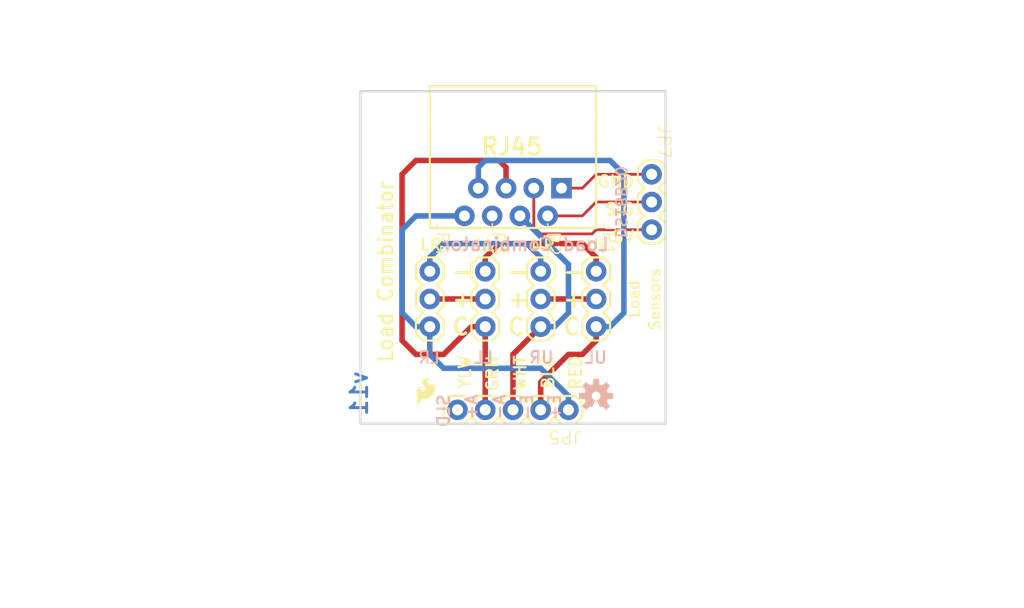
<source format=kicad_pcb>
(kicad_pcb (version 20240108) (generator "pcbnew") (generator_version "8.0")
  (layers (0 "F.Cu" signal) (31 "B.Cu" signal) (34 "B.Paste" user) (35 "F.Paste" user) (36 "B.SilkS" user "B.Silkscreen") (37 "F.SilkS" user "F.Silkscreen") (38 "B.Mask" user) (39 "F.Mask" user) (44 "Edge.Cuts" user))
  (net 0 "")
  (net 1 "N$1")
  (net 2 "N$2")
  (net 3 "N$3")
  (net 4 "N$4")
  (net 5 "E+")
  (net 6 "A+")
  (net 7 "A-")
  (net 8 "E-")
  (net 9 "5V")
  (net 10 "TEMP_DAT")
  (net 11 "GND")
  (footprint "SparkFun Load Sensor Combinator v11:CREATIVE_COMMONS" (layer "F.Cu") (at 121.8311 131.6736)
    (property "Reference" "FRAME1" (hide yes))
    (property "Value" "" (hide yes))
  )
  (footprint "SparkFun Load Sensor Combinator v11:STAND-OFF" (layer "F.Cu") (at 137.0711 92.3036 180)
    (property "Reference" "STANDOFF2" (hide yes))
    (property "Value" "STAND-OFF" (hide yes))
    (pad "" np_thru_hole circle (at 0 0 180) (size 3.302 3.302) (drill 3.302) (layers "*.Cu" "*.Mask"))
  )
  (footprint "SparkFun Load Sensor Combinator v11:1X03" (layer "F.Cu") (at 140.8811 106.2736 -90)
    (property "Reference" "JP4" (at -1.3462 -1.8288 -90) (layer "F.SilkS") (effects (font (size 1.143 1.143) (thickness 0.127)) (justify right top)))
    (property "Value" "LR")
    (fp_line (start 0.635 1.27) (end -0.635 1.27) (stroke (width 0.2032)) (layer "F.SilkS"))
    (fp_line (start 1.905 1.27) (end 1.27 0.635) (stroke (width 0.2032)) (layer "F.SilkS"))
    (fp_line (start 3.175 1.27) (end 1.905 1.27) (stroke (width 0.2032)) (layer "F.SilkS"))
    (fp_line (start 4.445 1.27) (end 3.81 0.635) (stroke (width 0.2032)) (layer "F.SilkS"))
    (fp_line (start 5.715 1.27) (end 4.445 1.27) (stroke (width 0.2032)) (layer "F.SilkS"))
    (fp_line (start -1.27 0.635) (end -0.635 1.27) (stroke (width 0.2032)) (layer "F.SilkS"))
    (fp_line (start 1.27 0.635) (end 0.635 1.27) (stroke (width 0.2032)) (layer "F.SilkS"))
    (fp_line (start 3.81 0.635) (end 3.175 1.27) (stroke (width 0.2032)) (layer "F.SilkS"))
    (fp_line (start 6.35 0.635) (end 5.715 1.27) (stroke (width 0.2032)) (layer "F.SilkS"))
    (fp_line (start -1.27 -0.635) (end -1.27 0.635) (stroke (width 0.2032)) (layer "F.SilkS"))
    (fp_line (start 1.27 -0.635) (end 1.905 -1.27) (stroke (width 0.2032)) (layer "F.SilkS"))
    (fp_line (start 3.81 -0.635) (end 4.445 -1.27) (stroke (width 0.2032)) (layer "F.SilkS"))
    (fp_line (start 6.35 -0.635) (end 6.35 0.635) (stroke (width 0.2032)) (layer "F.SilkS"))
    (fp_line (start -0.635 -1.27) (end -1.27 -0.635) (stroke (width 0.2032)) (layer "F.SilkS"))
    (fp_line (start -0.635 -1.27) (end 0.635 -1.27) (stroke (width 0.2032)) (layer "F.SilkS"))
    (fp_line (start 0.635 -1.27) (end 1.27 -0.635) (stroke (width 0.2032)) (layer "F.SilkS"))
    (fp_line (start 1.905 -1.27) (end 3.175 -1.27) (stroke (width 0.2032)) (layer "F.SilkS"))
    (fp_line (start 3.175 -1.27) (end 3.81 -0.635) (stroke (width 0.2032)) (layer "F.SilkS"))
    (fp_line (start 4.445 -1.27) (end 5.715 -1.27) (stroke (width 0.2032)) (layer "F.SilkS"))
    (fp_line (start 5.715 -1.27) (end 6.35 -0.635) (stroke (width 0.2032)) (layer "F.SilkS"))
    (pad "1" thru_hole circle (at 0 0) (size 1.8796 1.8796) (drill 1.016) (layers "*.Cu" "*.Mask") (net 1 "N$1"))
    (pad "2" thru_hole circle (at 2.54 0) (size 1.8796 1.8796) (drill 1.016) (layers "*.Cu" "*.Mask") (net 3 "N$3"))
    (pad "3" thru_hole circle (at 5.08 0) (size 1.8796 1.8796) (drill 1.016) (layers "*.Cu" "*.Mask") (net 5 "E+"))
  )
  (footprint "SparkFun Load Sensor Combinator v11:1X03" (layer "F.Cu") (at 161.2011 97.3836 -90)
    (property "Reference" "JP7" (at -1.3462 -1.8288 -90) (layer "F.SilkS") (effects (font (size 1.143 1.143) (thickness 0.127)) (justify right top)))
    (property "Value" "")
    (fp_line (start 0.635 1.27) (end -0.635 1.27) (stroke (width 0.2032)) (layer "F.SilkS"))
    (fp_line (start 1.905 1.27) (end 1.27 0.635) (stroke (width 0.2032)) (layer "F.SilkS"))
    (fp_line (start 3.175 1.27) (end 1.905 1.27) (stroke (width 0.2032)) (layer "F.SilkS"))
    (fp_line (start 4.445 1.27) (end 3.81 0.635) (stroke (width 0.2032)) (layer "F.SilkS"))
    (fp_line (start 5.715 1.27) (end 4.445 1.27) (stroke (width 0.2032)) (layer "F.SilkS"))
    (fp_line (start -1.27 0.635) (end -0.635 1.27) (stroke (width 0.2032)) (layer "F.SilkS"))
    (fp_line (start 1.27 0.635) (end 0.635 1.27) (stroke (width 0.2032)) (layer "F.SilkS"))
    (fp_line (start 3.81 0.635) (end 3.175 1.27) (stroke (width 0.2032)) (layer "F.SilkS"))
    (fp_line (start 6.35 0.635) (end 5.715 1.27) (stroke (width 0.2032)) (layer "F.SilkS"))
    (fp_line (start -1.27 -0.635) (end -1.27 0.635) (stroke (width 0.2032)) (layer "F.SilkS"))
    (fp_line (start 1.27 -0.635) (end 1.905 -1.27) (stroke (width 0.2032)) (layer "F.SilkS"))
    (fp_line (start 3.81 -0.635) (end 4.445 -1.27) (stroke (width 0.2032)) (layer "F.SilkS"))
    (fp_line (start 6.35 -0.635) (end 6.35 0.635) (stroke (width 0.2032)) (layer "F.SilkS"))
    (fp_line (start -0.635 -1.27) (end -1.27 -0.635) (stroke (width 0.2032)) (layer "F.SilkS"))
    (fp_line (start -0.635 -1.27) (end 0.635 -1.27) (stroke (width 0.2032)) (layer "F.SilkS"))
    (fp_line (start 0.635 -1.27) (end 1.27 -0.635) (stroke (width 0.2032)) (layer "F.SilkS"))
    (fp_line (start 1.905 -1.27) (end 3.175 -1.27) (stroke (width 0.2032)) (layer "F.SilkS"))
    (fp_line (start 3.175 -1.27) (end 3.81 -0.635) (stroke (width 0.2032)) (layer "F.SilkS"))
    (fp_line (start 4.445 -1.27) (end 5.715 -1.27) (stroke (width 0.2032)) (layer "F.SilkS"))
    (fp_line (start 5.715 -1.27) (end 6.35 -0.635) (stroke (width 0.2032)) (layer "F.SilkS"))
    (pad "1" thru_hole circle (at 0 0) (size 1.8796 1.8796) (drill 1.016) (layers "*.Cu" "*.Mask") (net 11 "GND"))
    (pad "2" thru_hole circle (at 2.54 0) (size 1.8796 1.8796) (drill 1.016) (layers "*.Cu" "*.Mask") (net 10 "TEMP_DAT"))
    (pad "3" thru_hole circle (at 5.08 0) (size 1.8796 1.8796) (drill 1.016) (layers "*.Cu" "*.Mask") (net 9 "5V"))
  )
  (footprint "SparkFun Load Sensor Combinator v11:RJ45-8" (layer "F.Cu") (at 148.5011 92.3036 180)
    (property "Reference" "JP6" (hide yes))
    (property "Value" "RJ45" (hide yes))
    (fp_line (start 7.62 -10) (end 7.62 3) (stroke (width 0.2032)) (layer "F.SilkS"))
    (fp_line (start -7.62 3) (end 7.62 3) (stroke (width 0.2032)) (layer "F.SilkS"))
    (fp_line (start -7.62 3) (end -7.62 -10) (stroke (width 0.2032)) (layer "F.SilkS"))
    (fp_line (start -7.62 -10) (end 7.62 -10) (stroke (width 0.2032)) (layer "F.SilkS"))
    (pad "" np_thru_hole circle (at -5.715 0 180) (size 3.2 3.2) (drill 3.2) (layers "*.Cu" "*.Mask"))
    (pad "" np_thru_hole circle (at 5.715 0 180) (size 3.2 3.2) (drill 3.2) (layers "*.Cu" "*.Mask"))
    (pad "1" thru_hole rect (at -4.445 -6.35 180) (size 1.8796 1.8796) (drill 1) (layers "*.Cu" "*.Mask") (net 11 "GND"))
    (pad "2" thru_hole circle (at -3.175 -8.89 180) (size 1.8796 1.8796) (drill 1) (layers "*.Cu" "*.Mask") (net 10 "TEMP_DAT"))
    (pad "3" thru_hole circle (at -1.905 -6.35 180) (size 1.8796 1.8796) (drill 1) (layers "*.Cu" "*.Mask") (net 9 "5V"))
    (pad "4" thru_hole circle (at -0.635 -8.89 180) (size 1.8796 1.8796) (drill 1) (layers "*.Cu" "*.Mask") (net 7 "A-"))
    (pad "5" thru_hole circle (at 0.635 -6.35 180) (size 1.8796 1.8796) (drill 1) (layers "*.Cu" "*.Mask") (net 6 "A+"))
    (pad "6" thru_hole circle (at 1.905 -8.89 180) (size 1.8796 1.8796) (drill 1) (layers "*.Cu" "*.Mask"))
    (pad "7" thru_hole circle (at 3.175 -6.35 180) (size 1.8796 1.8796) (drill 1) (layers "*.Cu" "*.Mask") (net 8 "E-"))
    (pad "8" thru_hole circle (at 4.445 -8.89 180) (size 1.8796 1.8796) (drill 1) (layers "*.Cu" "*.Mask") (net 5 "E+"))
  )
  (footprint "SparkFun Load Sensor Combinator v11:SFE_LOGO_FLAME_.1" (layer "F.Cu") (at 139.3571 118.9736)
    (property "Reference" "LOGO3" (hide yes))
    (property "Value" "SFE_LOGO_FLAME.1_INCH" (hide yes))
    (fp_poly (pts (xy 1.401686 -2.874747) (xy 1.542639 -2.804271) (xy 1.583284 -2.773787) (xy 1.602071 -2.755) (xy 1.57882 -2.755) (xy 1.55882 -2.765) (xy 1.500617 -2.765) (xy 1.461097 -2.75512) (xy 1.411635 -2.745227) (xy 1.37264 -2.72573) (xy 1.333685 -2.696514) (xy 1.314332 -2.667484) (xy 1.30463 -2.64808) (xy 1.295 -2.61919) (xy 1.295 -2.560617) (xy 1.304641 -2.522052) (xy 1.343884 -2.463188) (xy 1.403288 -2.403784) (xy 1.442888 -2.374084) (xy 1.472516 -2.354332) (xy 1.511743 -2.334718) (xy 1.590617 -2.315) (xy 1.61919 -2.315) (xy 1.647297 -2.324369) (xy 1.675892 -2.352964) (xy 1.68537 -2.37192) (xy 1.695 -2.40081) (xy 1.695 -2.499021) (xy 1.78326 -2.443859) (xy 1.864003 -2.353022) (xy 1.934549 -2.242165) (xy 1.984851 -2.091257) (xy 2.015027 -1.930319) (xy 2.004962 -1.759209) (xy 1.954676 -1.56812) (xy 1.854184 -1.387235) (xy 1.783756 -1.296685) (xy 1.703418 -1.216347) (xy 1.622956 -1.145943) (xy 1.522229 -1.085506) (xy 1.421591 -1.045251) (xy 1.311072 -1.01511) (xy 1.190414 -0.995) (xy 1.000414 -0.995) (xy 0.941756 -0.985223) (xy 0.843104 -0.926032) (xy 0.743664 -0.826592) (xy 0.623671 -0.6866) (xy 0.503691 -0.566619) (xy 0.453696 -0.506625) (xy 0.403967 -0.456895) (xy 0.373971 -0.4069) (xy 0.315 -0.347929) (xy 0.315 -1.730311) (xy 0.325086 -1.811003) (xy 0.345373 -1.882007) (xy 0.406175 -1.983343) (xy 0.456938 -2.023953) (xy 0.497529 -2.054397) (xy 0.548569 -2.074813) (xy 0.599098 -2.084919) (xy 0.659586 -2.095) (xy 0.78118 -2.095) (xy 0.828441 -2.07137) (xy 0.812962 -2.055891) (xy 0.771918 -2.035369) (xy 0.742702 -2.02563) (xy 0.684369 -1.967297) (xy 0.675 -1.93919) (xy 0.675 -1.90081) (xy 0.68453 -1.872218) (xy 0.703884 -1.843188) (xy 0.762812 -1.78426) (xy 0.811428 -1.764813) (xy 0.860496 -1.755) (xy 0.939383 -1.755) (xy 1.017947 -1.774641) (xy 1.076582 -1.81373) (xy 1.115538 -1.862426) (xy 1.135 -1.92081) (xy 1.135 -1.989092) (xy 1.105698 -2.067229) (xy 1.036361 -2.136568) (xy 0.95625 -2.226693) (xy 0.885887 -2.307107) (xy 0.835277 -2.398207) (xy 0.815 -2.489451) (xy 0.815 -2.570811) (xy 0.845445 -2.662146) (xy 0.89623 -2.743402) (xy 0.98725 -2.814195) (xy 1.098313 -2.874775) (xy 1.209549 -2.895) (xy 1.310549 -2.895)) (fill solid) (layer "F.SilkS"))
  )
  (footprint "SparkFun Load Sensor Combinator v11:STAND-OFF" (layer "F.Cu") (at 159.9311 117.7036 180)
    (property "Reference" "STANDOFF3" (hide yes))
    (property "Value" "STAND-OFF" (hide yes))
    (pad "" np_thru_hole circle (at 0 0 180) (size 3.302 3.302) (drill 3.302) (layers "*.Cu" "*.Mask"))
  )
  (footprint "SparkFun Load Sensor Combinator v11:1X03" (layer "F.Cu") (at 151.0411 106.2736 -90)
    (property "Reference" "JP2" (at -1.3462 -1.8288 -90) (layer "F.SilkS") (effects (font (size 1.143 1.143) (thickness 0.127)) (justify right top)))
    (property "Value" "UR")
    (fp_line (start 0.635 1.27) (end -0.635 1.27) (stroke (width 0.2032)) (layer "F.SilkS"))
    (fp_line (start 1.905 1.27) (end 1.27 0.635) (stroke (width 0.2032)) (layer "F.SilkS"))
    (fp_line (start 3.175 1.27) (end 1.905 1.27) (stroke (width 0.2032)) (layer "F.SilkS"))
    (fp_line (start 4.445 1.27) (end 3.81 0.635) (stroke (width 0.2032)) (layer "F.SilkS"))
    (fp_line (start 5.715 1.27) (end 4.445 1.27) (stroke (width 0.2032)) (layer "F.SilkS"))
    (fp_line (start -1.27 0.635) (end -0.635 1.27) (stroke (width 0.2032)) (layer "F.SilkS"))
    (fp_line (start 1.27 0.635) (end 0.635 1.27) (stroke (width 0.2032)) (layer "F.SilkS"))
    (fp_line (start 3.81 0.635) (end 3.175 1.27) (stroke (width 0.2032)) (layer "F.SilkS"))
    (fp_line (start 6.35 0.635) (end 5.715 1.27) (stroke (width 0.2032)) (layer "F.SilkS"))
    (fp_line (start -1.27 -0.635) (end -1.27 0.635) (stroke (width 0.2032)) (layer "F.SilkS"))
    (fp_line (start 1.27 -0.635) (end 1.905 -1.27) (stroke (width 0.2032)) (layer "F.SilkS"))
    (fp_line (start 3.81 -0.635) (end 4.445 -1.27) (stroke (width 0.2032)) (layer "F.SilkS"))
    (fp_line (start 6.35 -0.635) (end 6.35 0.635) (stroke (width 0.2032)) (layer "F.SilkS"))
    (fp_line (start -0.635 -1.27) (end -1.27 -0.635) (stroke (width 0.2032)) (layer "F.SilkS"))
    (fp_line (start -0.635 -1.27) (end 0.635 -1.27) (stroke (width 0.2032)) (layer "F.SilkS"))
    (fp_line (start 0.635 -1.27) (end 1.27 -0.635) (stroke (width 0.2032)) (layer "F.SilkS"))
    (fp_line (start 1.905 -1.27) (end 3.175 -1.27) (stroke (width 0.2032)) (layer "F.SilkS"))
    (fp_line (start 3.175 -1.27) (end 3.81 -0.635) (stroke (width 0.2032)) (layer "F.SilkS"))
    (fp_line (start 4.445 -1.27) (end 5.715 -1.27) (stroke (width 0.2032)) (layer "F.SilkS"))
    (fp_line (start 5.715 -1.27) (end 6.35 -0.635) (stroke (width 0.2032)) (layer "F.SilkS"))
    (pad "1" thru_hole circle (at 0 0) (size 1.8796 1.8796) (drill 1.016) (layers "*.Cu" "*.Mask") (net 1 "N$1"))
    (pad "2" thru_hole circle (at 2.54 0) (size 1.8796 1.8796) (drill 1.016) (layers "*.Cu" "*.Mask") (net 4 "N$4"))
    (pad "3" thru_hole circle (at 5.08 0) (size 1.8796 1.8796) (drill 1.016) (layers "*.Cu" "*.Mask") (net 7 "A-"))
  )
  (footprint "SparkFun Load Sensor Combinator v11:1X03" (layer "F.Cu") (at 156.1211 106.2736 -90)
    (property "Reference" "JP1" (at -1.3462 -1.8288 -90) (layer "F.SilkS") (effects (font (size 1.143 1.143) (thickness 0.127)) (justify right top)))
    (property "Value" "UL")
    (fp_line (start 0.635 1.27) (end -0.635 1.27) (stroke (width 0.2032)) (layer "F.SilkS"))
    (fp_line (start 1.905 1.27) (end 1.27 0.635) (stroke (width 0.2032)) (layer "F.SilkS"))
    (fp_line (start 3.175 1.27) (end 1.905 1.27) (stroke (width 0.2032)) (layer "F.SilkS"))
    (fp_line (start 4.445 1.27) (end 3.81 0.635) (stroke (width 0.2032)) (layer "F.SilkS"))
    (fp_line (start 5.715 1.27) (end 4.445 1.27) (stroke (width 0.2032)) (layer "F.SilkS"))
    (fp_line (start -1.27 0.635) (end -0.635 1.27) (stroke (width 0.2032)) (layer "F.SilkS"))
    (fp_line (start 1.27 0.635) (end 0.635 1.27) (stroke (width 0.2032)) (layer "F.SilkS"))
    (fp_line (start 3.81 0.635) (end 3.175 1.27) (stroke (width 0.2032)) (layer "F.SilkS"))
    (fp_line (start 6.35 0.635) (end 5.715 1.27) (stroke (width 0.2032)) (layer "F.SilkS"))
    (fp_line (start -1.27 -0.635) (end -1.27 0.635) (stroke (width 0.2032)) (layer "F.SilkS"))
    (fp_line (start 1.27 -0.635) (end 1.905 -1.27) (stroke (width 0.2032)) (layer "F.SilkS"))
    (fp_line (start 3.81 -0.635) (end 4.445 -1.27) (stroke (width 0.2032)) (layer "F.SilkS"))
    (fp_line (start 6.35 -0.635) (end 6.35 0.635) (stroke (width 0.2032)) (layer "F.SilkS"))
    (fp_line (start -0.635 -1.27) (end -1.27 -0.635) (stroke (width 0.2032)) (layer "F.SilkS"))
    (fp_line (start -0.635 -1.27) (end 0.635 -1.27) (stroke (width 0.2032)) (layer "F.SilkS"))
    (fp_line (start 0.635 -1.27) (end 1.27 -0.635) (stroke (width 0.2032)) (layer "F.SilkS"))
    (fp_line (start 1.905 -1.27) (end 3.175 -1.27) (stroke (width 0.2032)) (layer "F.SilkS"))
    (fp_line (start 3.175 -1.27) (end 3.81 -0.635) (stroke (width 0.2032)) (layer "F.SilkS"))
    (fp_line (start 4.445 -1.27) (end 5.715 -1.27) (stroke (width 0.2032)) (layer "F.SilkS"))
    (fp_line (start 5.715 -1.27) (end 6.35 -0.635) (stroke (width 0.2032)) (layer "F.SilkS"))
    (pad "1" thru_hole circle (at 0 0) (size 1.8796 1.8796) (drill 1.016) (layers "*.Cu" "*.Mask") (net 2 "N$2"))
    (pad "2" thru_hole circle (at 2.54 0) (size 1.8796 1.8796) (drill 1.016) (layers "*.Cu" "*.Mask") (net 4 "N$4"))
    (pad "3" thru_hole circle (at 5.08 0) (size 1.8796 1.8796) (drill 1.016) (layers "*.Cu" "*.Mask") (net 8 "E-"))
  )
  (footprint "SparkFun Load Sensor Combinator v11:STAND-OFF" (layer "F.Cu") (at 137.0711 117.7036 180)
    (property "Reference" "STANDOFF4" (hide yes))
    (property "Value" "STAND-OFF" (hide yes))
    (pad "" np_thru_hole circle (at 0 0 180) (size 3.302 3.302) (drill 3.302) (layers "*.Cu" "*.Mask"))
  )
  (footprint "SparkFun Load Sensor Combinator v11:1X03" (layer "F.Cu") (at 145.9611 106.2736 -90)
    (property "Reference" "JP3" (at -1.3462 -1.8288 -90) (layer "F.SilkS") (effects (font (size 1.143 1.143) (thickness 0.127)) (justify right top)))
    (property "Value" "LL")
    (fp_line (start 0.635 1.27) (end -0.635 1.27) (stroke (width 0.2032)) (layer "F.SilkS"))
    (fp_line (start 1.905 1.27) (end 1.27 0.635) (stroke (width 0.2032)) (layer "F.SilkS"))
    (fp_line (start 3.175 1.27) (end 1.905 1.27) (stroke (width 0.2032)) (layer "F.SilkS"))
    (fp_line (start 4.445 1.27) (end 3.81 0.635) (stroke (width 0.2032)) (layer "F.SilkS"))
    (fp_line (start 5.715 1.27) (end 4.445 1.27) (stroke (width 0.2032)) (layer "F.SilkS"))
    (fp_line (start -1.27 0.635) (end -0.635 1.27) (stroke (width 0.2032)) (layer "F.SilkS"))
    (fp_line (start 1.27 0.635) (end 0.635 1.27) (stroke (width 0.2032)) (layer "F.SilkS"))
    (fp_line (start 3.81 0.635) (end 3.175 1.27) (stroke (width 0.2032)) (layer "F.SilkS"))
    (fp_line (start 6.35 0.635) (end 5.715 1.27) (stroke (width 0.2032)) (layer "F.SilkS"))
    (fp_line (start -1.27 -0.635) (end -1.27 0.635) (stroke (width 0.2032)) (layer "F.SilkS"))
    (fp_line (start 1.27 -0.635) (end 1.905 -1.27) (stroke (width 0.2032)) (layer "F.SilkS"))
    (fp_line (start 3.81 -0.635) (end 4.445 -1.27) (stroke (width 0.2032)) (layer "F.SilkS"))
    (fp_line (start 6.35 -0.635) (end 6.35 0.635) (stroke (width 0.2032)) (layer "F.SilkS"))
    (fp_line (start -0.635 -1.27) (end -1.27 -0.635) (stroke (width 0.2032)) (layer "F.SilkS"))
    (fp_line (start -0.635 -1.27) (end 0.635 -1.27) (stroke (width 0.2032)) (layer "F.SilkS"))
    (fp_line (start 0.635 -1.27) (end 1.27 -0.635) (stroke (width 0.2032)) (layer "F.SilkS"))
    (fp_line (start 1.905 -1.27) (end 3.175 -1.27) (stroke (width 0.2032)) (layer "F.SilkS"))
    (fp_line (start 3.175 -1.27) (end 3.81 -0.635) (stroke (width 0.2032)) (layer "F.SilkS"))
    (fp_line (start 4.445 -1.27) (end 5.715 -1.27) (stroke (width 0.2032)) (layer "F.SilkS"))
    (fp_line (start 5.715 -1.27) (end 6.35 -0.635) (stroke (width 0.2032)) (layer "F.SilkS"))
    (pad "1" thru_hole circle (at 0 0) (size 1.8796 1.8796) (drill 1.016) (layers "*.Cu" "*.Mask") (net 2 "N$2"))
    (pad "2" thru_hole circle (at 2.54 0) (size 1.8796 1.8796) (drill 1.016) (layers "*.Cu" "*.Mask") (net 3 "N$3"))
    (pad "3" thru_hole circle (at 5.08 0) (size 1.8796 1.8796) (drill 1.016) (layers "*.Cu" "*.Mask") (net 6 "A+"))
  )
  (footprint "SparkFun Load Sensor Combinator v11:1X05" (layer "F.Cu") (at 153.5811 118.9736 180)
    (property "Reference" "JP5" (at -1.3462 -1.8288 180) (layer "F.SilkS") (effects (font (size 1.143 1.143) (thickness 0.127)) (justify left bottom)))
    (property "Value" "")
    (fp_line (start 11.43 0.635) (end 10.795 1.27) (stroke (width 0.2032)) (layer "F.SilkS"))
    (fp_line (start 11.43 -0.635) (end 11.43 0.635) (stroke (width 0.2032)) (layer "F.SilkS"))
    (fp_line (start 10.795 1.27) (end 9.525 1.27) (stroke (width 0.2032)) (layer "F.SilkS"))
    (fp_line (start 10.795 -1.27) (end 11.43 -0.635) (stroke (width 0.2032)) (layer "F.SilkS"))
    (fp_line (start 9.525 1.27) (end 8.89 0.635) (stroke (width 0.2032)) (layer "F.SilkS"))
    (fp_line (start 9.525 -1.27) (end 10.795 -1.27) (stroke (width 0.2032)) (layer "F.SilkS"))
    (fp_line (start 8.89 0.635) (end 8.255 1.27) (stroke (width 0.2032)) (layer "F.SilkS"))
    (fp_line (start 8.89 -0.635) (end 9.525 -1.27) (stroke (width 0.2032)) (layer "F.SilkS"))
    (fp_line (start 8.255 1.27) (end 6.985 1.27) (stroke (width 0.2032)) (layer "F.SilkS"))
    (fp_line (start 8.255 -1.27) (end 8.89 -0.635) (stroke (width 0.2032)) (layer "F.SilkS"))
    (fp_line (start 6.985 -1.27) (end 8.255 -1.27) (stroke (width 0.2032)) (layer "F.SilkS"))
    (fp_line (start 6.985 -1.27) (end 6.35 -0.635) (stroke (width 0.2032)) (layer "F.SilkS"))
    (fp_line (start 6.35 0.635) (end 6.985 1.27) (stroke (width 0.2032)) (layer "F.SilkS"))
    (fp_line (start 6.35 0.635) (end 5.715 1.27) (stroke (width 0.2032)) (layer "F.SilkS"))
    (fp_line (start 5.715 1.27) (end 4.445 1.27) (stroke (width 0.2032)) (layer "F.SilkS"))
    (fp_line (start 5.715 -1.27) (end 6.35 -0.635) (stroke (width 0.2032)) (layer "F.SilkS"))
    (fp_line (start 4.445 1.27) (end 3.81 0.635) (stroke (width 0.2032)) (layer "F.SilkS"))
    (fp_line (start 4.445 -1.27) (end 5.715 -1.27) (stroke (width 0.2032)) (layer "F.SilkS"))
    (fp_line (start 3.81 0.635) (end 3.175 1.27) (stroke (width 0.2032)) (layer "F.SilkS"))
    (fp_line (start 3.81 -0.635) (end 4.445 -1.27) (stroke (width 0.2032)) (layer "F.SilkS"))
    (fp_line (start 3.175 1.27) (end 1.905 1.27) (stroke (width 0.2032)) (layer "F.SilkS"))
    (fp_line (start 3.175 -1.27) (end 3.81 -0.635) (stroke (width 0.2032)) (layer "F.SilkS"))
    (fp_line (start 1.905 1.27) (end 1.27 0.635) (stroke (width 0.2032)) (layer "F.SilkS"))
    (fp_line (start 1.905 -1.27) (end 3.175 -1.27) (stroke (width 0.2032)) (layer "F.SilkS"))
    (fp_line (start 1.27 0.635) (end 0.635 1.27) (stroke (width 0.2032)) (layer "F.SilkS"))
    (fp_line (start 1.27 -0.635) (end 1.905 -1.27) (stroke (width 0.2032)) (layer "F.SilkS"))
    (fp_line (start 0.635 1.27) (end -0.635 1.27) (stroke (width 0.2032)) (layer "F.SilkS"))
    (fp_line (start 0.635 -1.27) (end 1.27 -0.635) (stroke (width 0.2032)) (layer "F.SilkS"))
    (fp_line (start -0.635 -1.27) (end 0.635 -1.27) (stroke (width 0.2032)) (layer "F.SilkS"))
    (fp_line (start -0.635 -1.27) (end -1.27 -0.635) (stroke (width 0.2032)) (layer "F.SilkS"))
    (fp_line (start -1.27 0.635) (end -0.635 1.27) (stroke (width 0.2032)) (layer "F.SilkS"))
    (fp_line (start -1.27 -0.635) (end -1.27 0.635) (stroke (width 0.2032)) (layer "F.SilkS"))
    (pad "1" thru_hole circle (at 0 0 270) (size 1.8796 1.8796) (drill 1.016) (layers "*.Cu" "*.Mask") (net 5 "E+"))
    (pad "2" thru_hole circle (at 2.54 0 270) (size 1.8796 1.8796) (drill 1.016) (layers "*.Cu" "*.Mask") (net 8 "E-"))
    (pad "3" thru_hole circle (at 5.08 0 270) (size 1.8796 1.8796) (drill 1.016) (layers "*.Cu" "*.Mask") (net 7 "A-"))
    (pad "4" thru_hole circle (at 7.62 0 270) (size 1.8796 1.8796) (drill 1.016) (layers "*.Cu" "*.Mask") (net 6 "A+"))
    (pad "5" thru_hole circle (at 10.16 0 270) (size 1.8796 1.8796) (drill 1.016) (layers "*.Cu" "*.Mask"))
  )
  (footprint "SparkFun Load Sensor Combinator v11:STAND-OFF" (layer "F.Cu") (at 159.9311 92.3036 180)
    (property "Reference" "STANDOFF1" (hide yes))
    (property "Value" "STAND-OFF" (hide yes))
    (pad "" np_thru_hole circle (at 0 0 180) (size 3.302 3.302) (drill 3.302) (layers "*.Cu" "*.Mask"))
  )
  (footprint "SparkFun Load Sensor Combinator v11:OSHW-LOGO-S" (layer "B.Cu") (at 156.1211 117.7036 180)
    (property "Reference" "U$7" (hide yes))
    (property "Value" "OSHW-LOGOS" (hide yes))
    (fp_poly (pts (xy 0.301646 1.06135) (xy 0.42347 1.022344) (xy 0.537176 0.963768) (xy 0.92862 1.282946) (xy 1.282946 0.92862) (xy 0.961034 0.533823) (xy 1.057045 0.302084) (xy 1.5638 0.250561) (xy 1.5638 -0.250561) (xy 1.057045 -0.302084) (xy 0.961034 -0.533823) (xy 1.282946 -0.92862) (xy 0.92862 -1.282946) (xy 0.537177 -0.963769) (xy 0.356601 -1.056794) (xy 0.088679 -0.410073) (xy 0.326262 -0.217599) (xy 0.373649 -0.121467) (xy 0.392728 -0.010339) (xy 0.379464 0.101633) (xy 0.334947 0.205228) (xy 0.262841 0.291917) (xy 0.169087 0.35456) (xy 0.061406 0.387998) (xy -0.051341 0.38948) (xy -0.159867 0.358881) (xy -0.255233 0.298724) (xy -0.329589 0.213961) (xy -0.376813 0.111569) (xy -0.392175 0.005766) (xy -0.322922 -0.222564) (xy -0.249312 -0.303772) (xy 0.091677 -0.5081) (xy -0.12929 -0.5081) (xy -0.355332 -1.053732) (xy -0.506597 -0.983577) (xy -0.538921 -0.965192) (xy -0.92862 -1.282946) (xy -1.282946 -0.92862) (xy -0.961034 -0.533823) (xy -1.057045 -0.302084) (xy -1.5638 -0.250561) (xy -1.5638 0.250561) (xy -1.057045 0.302084) (xy -0.961034 0.533823) (xy -1.282946 0.92862) (xy -0.92862 1.282946) (xy -0.533823 0.961034) (xy -0.302084 1.057045) (xy -0.250561 1.5638) (xy 0.250561 1.5638)) (fill solid) (layer "B.SilkS"))
  )
  (gr_line (start 134.5311 89.7636) (end 162.4711 89.7636) (stroke (width 0.2032)) (layer "Edge.Cuts"))
  (gr_line (start 134.5311 120.2436) (end 134.5311 89.7636) (stroke (width 0.2032)) (layer "Edge.Cuts"))
  (gr_line (start 162.4711 89.7636) (end 162.4711 120.2436) (stroke (width 0.2032)) (layer "Edge.Cuts"))
  (gr_line (start 162.4711 120.2436) (end 134.5311 120.2436) (stroke (width 0.2032)) (layer "Edge.Cuts"))
  (gr_text "v11" (at 135.2931 115.2906 90) (layer "B.Cu") (effects (font (size 1.5113 1.5113) (thickness 0.2667)) (justify left bottom mirror)))
  (gr_text "A-" (at 147.8661 117.4496 90) (layer "B.SilkS") (effects (font (size 1.0795 1.0795) (thickness 0.1905)) (justify left bottom mirror)))
  (gr_text "E+" (at 152.9461 117.4496 90) (layer "B.SilkS") (effects (font (size 1.0795 1.0795) (thickness 0.1905)) (justify left bottom mirror)))
  (gr_text "LR" (at 141.920081 114.80927 0) (layer "B.SilkS") (effects (font (size 1.0795 1.0795) (thickness 0.1905)) (justify left bottom mirror)))
  (gr_text "DS18B20" (at 157.811597 99.9236 270) (layer "B.SilkS") (effects (font (size 0.97155 0.97155) (thickness 0.17145)) (justify bottom mirror)))
  (gr_text "A+" (at 145.3261 117.4496 90) (layer "B.SilkS") (effects (font (size 1.0795 1.0795) (thickness 0.1905)) (justify left bottom mirror)))
  (gr_text "E-" (at 150.4061 117.4496 90) (layer "B.SilkS") (effects (font (size 1.0795 1.0795) (thickness 0.1905)) (justify left bottom mirror)))
  (gr_text "Load Combinator" (at 157.3911 104.4956 0) (layer "B.SilkS") (effects (font (size 1.18745 1.18745) (thickness 0.20955)) (justify left bottom mirror)))
  (gr_text "SLD" (at 142.7861 117.4496 90) (layer "B.SilkS") (effects (font (size 1.0795 1.0795) (thickness 0.1905)) (justify left bottom mirror)))
  (gr_text "LL" (at 146.794462 114.80927 0) (layer "B.SilkS") (effects (font (size 1.0795 1.0795) (thickness 0.1905)) (justify left bottom mirror)))
  (gr_text "UL" (at 157.211486 114.80927 0) (layer "B.SilkS") (effects (font (size 1.0795 1.0795) (thickness 0.1905)) (justify left bottom mirror)))
  (gr_text "UR" (at 152.337105 114.80927 0) (layer "B.SilkS") (effects (font (size 1.0795 1.0795) (thickness 0.1905)) (justify left bottom mirror)))
  (gr_text "Load" (at 160.145603 108.8136 90) (layer "F.SilkS") (effects (font (size 0.97155 0.97155) (thickness 0.17145)) (justify bottom)))
  (gr_text "SIG" (at 156.826857 101.22027 0) (layer "F.SilkS") (effects (font (size 1.0795 1.0795) (thickness 0.1905)) (justify left bottom)))
  (gr_text "GRN" (at 147.25777 117.412105 90) (layer "F.SilkS") (effects (font (size 1.0795 1.0795) (thickness 0.1905)) (justify left bottom)))
  (gr_text "+" (at 142.7861 109.7026 0) (layer "F.SilkS") (effects (font (size 1.5113 1.5113) (thickness 0.2667)) (justify left bottom)))
  (gr_text "RED" (at 154.87777 117.25789 90) (layer "F.SilkS") (effects (font (size 1.0795 1.0795) (thickness 0.1905)) (justify left bottom)))
  (gr_text "5V" (at 157.495119 103.76027 0) (layer "F.SilkS") (effects (font (size 1.0795 1.0795) (thickness 0.1905)) (justify left bottom)))
  (gr_text "+" (at 152.9461 109.7026 0) (layer "F.SilkS") (effects (font (size 1.5113 1.5113) (thickness 0.2667)) (justify left bottom)))
  (gr_text "RJ45" (at 145.4531 95.7326 0) (layer "F.SilkS") (effects (font (size 1.5113 1.5113) (thickness 0.2667)) (justify left bottom)))
  (gr_text "GND" (at 156.158595 98.68027 0) (layer "F.SilkS") (effects (font (size 1.0795 1.0795) (thickness 0.1905)) (justify left bottom)))
  (gr_text "-" (at 147.8661 107.1626 0) (layer "F.SilkS") (effects (font (size 1.5113 1.5113) (thickness 0.2667)) (justify left bottom)))
  (gr_text "+" (at 147.8661 109.7026 0) (layer "F.SilkS") (effects (font (size 1.5113 1.5113) (thickness 0.2667)) (justify left bottom)))
  (gr_text "UL" (at 155.1051 104.4956 0) (layer "F.SilkS") (effects (font (size 1.0795 1.0795) (thickness 0.1905)) (justify left bottom)))
  (gr_text "C" (at 147.8661 112.2426 0) (layer "F.SilkS") (effects (font (size 1.5113 1.5113) (thickness 0.2667)) (justify left bottom)))
  (gr_text "LL" (at 144.9451 104.4956 0) (layer "F.SilkS") (effects (font (size 1.0795 1.0795) (thickness 0.1905)) (justify left bottom)))
  (gr_text "WHT" (at 149.79777 117.309295 90) (layer "F.SilkS") (effects (font (size 1.0795 1.0795) (thickness 0.1905)) (justify left bottom)))
  (gr_text "-" (at 152.9461 107.1626 0) (layer "F.SilkS") (effects (font (size 1.5113 1.5113) (thickness 0.2667)) (justify left bottom)))
  (gr_text "Load Combinator" (at 137.5791 114.7826 90) (layer "F.SilkS") (effects (font (size 1.2954 1.2954) (thickness 0.2286)) (justify left bottom)))
  (gr_text "YLW" (at 144.71777 117.155081 90) (layer "F.SilkS") (effects (font (size 1.0795 1.0795) (thickness 0.1905)) (justify left bottom)))
  (gr_text "BLK" (at 152.33777 117.155081 90) (layer "F.SilkS") (effects (font (size 1.0795 1.0795) (thickness 0.1905)) (justify left bottom)))
  (gr_text "C" (at 142.7861 112.2426 0) (layer "F.SilkS") (effects (font (size 1.5113 1.5113) (thickness 0.2667)) (justify left bottom)))
  (gr_text "-" (at 142.7861 107.1626 0) (layer "F.SilkS") (effects (font (size 1.5113 1.5113) (thickness 0.2667)) (justify left bottom)))
  (gr_text "Sensors" (at 162.050603 108.8136 90) (layer "F.SilkS") (effects (font (size 0.97155 0.97155) (thickness 0.17145)) (justify bottom)))
  (gr_text "UR" (at 150.0251 104.4956 0) (layer "F.SilkS") (effects (font (size 1.0795 1.0795) (thickness 0.1905)) (justify left bottom)))
  (gr_text "C" (at 152.9461 112.2426 0) (layer "F.SilkS") (effects (font (size 1.5113 1.5113) (thickness 0.2667)) (justify left bottom)))
  (gr_text "LR" (at 139.8651 104.4956 0) (layer "F.SilkS") (effects (font (size 1.0795 1.0795) (thickness 0.1905)) (justify left bottom)))
  (segment (start 140.8811 105.0036) (end 142.1511 103.7336) (width 0.508) (layer "B.Cu") (net 1))
  (segment (start 151.0411 105.0036) (end 151.0411 106.2736) (width 0.508) (layer "B.Cu") (net 1))
  (segment (start 140.8811 106.2736) (end 140.8811 105.0036) (width 0.508) (layer "B.Cu") (net 1))
  (segment (start 149.7711 103.7336) (end 151.0411 105.0036) (width 0.508) (layer "B.Cu") (net 1))
  (segment (start 142.1511 103.7336) (end 149.7711 103.7336) (width 0.508) (layer "B.Cu") (net 1))
  (segment (start 156.1211 105.0036) (end 154.8511 103.7336) (width 0.508) (layer "F.Cu") (net 2))
  (segment (start 154.8511 103.7336) (end 147.2311 103.7336) (width 0.508) (layer "F.Cu") (net 2))
  (segment (start 145.9611 105.0036) (end 145.9611 106.2736) (width 0.508) (layer "F.Cu") (net 2))
  (segment (start 156.1211 106.2736) (end 156.1211 105.0036) (width 0.508) (layer "F.Cu") (net 2))
  (segment (start 147.2311 103.7336) (end 145.9611 105.0036) (width 0.508) (layer "F.Cu") (net 2))
  (segment (start 140.8811 108.8136) (end 145.9611 108.8136) (width 0.508) (layer "F.Cu") (net 3))
  (segment (start 151.0411 108.8136) (end 156.1211 108.8136) (width 0.508) (layer "F.Cu") (net 4))
  (segment (start 142.1511 115.1636) (end 140.8811 113.8936) (width 0.508) (layer "B.Cu") (net 5))
  (segment (start 151.0411 115.1636) (end 153.5811 117.7036) (width 0.508) (layer "B.Cu") (net 5))
  (segment (start 139.6111 111.3536) (end 138.3411 110.0836) (width 0.508) (layer "B.Cu") (net 5))
  (segment (start 140.8811 113.8936) (end 140.8811 111.3536) (width 0.508) (layer "B.Cu") (net 5))
  (segment (start 151.0411 115.1636) (end 142.1511 115.1636) (width 0.508) (layer "B.Cu") (net 5))
  (segment (start 140.8811 111.3536) (end 139.6111 111.3536) (width 0.508) (layer "B.Cu") (net 5))
  (segment (start 139.6111 101.1936) (end 144.0561 101.1936) (width 0.508) (layer "B.Cu") (net 5))
  (segment (start 138.3411 110.0836) (end 138.3411 102.4636) (width 0.508) (layer "B.Cu") (net 5))
  (segment (start 153.5811 117.7036) (end 153.5811 118.9736) (width 0.508) (layer "B.Cu") (net 5))
  (segment (start 138.3411 102.4636) (end 139.6111 101.1936) (width 0.508) (layer "B.Cu") (net 5))
  (segment (start 139.6111 113.8936) (end 138.3411 112.6236) (width 0.508) (layer "F.Cu") (net 6))
  (segment (start 147.8661 96.7486) (end 147.2311 96.1136) (width 0.508) (layer "F.Cu") (net 6))
  (segment (start 147.8661 98.6536) (end 147.8661 96.7486) (width 0.508) (layer "F.Cu") (net 6))
  (segment (start 145.9611 111.3536) (end 145.9611 118.9736) (width 0.508) (layer "F.Cu") (net 6))
  (segment (start 145.9611 111.3536) (end 144.6911 111.3536) (width 0.508) (layer "F.Cu") (net 6))
  (segment (start 139.6111 96.1136) (end 147.2311 96.1136) (width 0.508) (layer "F.Cu") (net 6))
  (segment (start 138.3411 112.6236) (end 138.3411 97.3836) (width 0.508) (layer "F.Cu") (net 6))
  (segment (start 142.1511 113.8936) (end 139.6111 113.8936) (width 0.508) (layer "F.Cu") (net 6))
  (segment (start 138.3411 97.3836) (end 139.6111 96.1136) (width 0.508) (layer "F.Cu") (net 6))
  (segment (start 144.6911 111.3536) (end 142.1511 113.8936) (width 0.508) (layer "F.Cu") (net 6))
  (segment (start 148.5011 118.9736) (end 148.5011 113.8936) (width 0.508) (layer "F.Cu") (net 7))
  (segment (start 148.5011 113.8936) (end 151.0411 111.3536) (width 0.508) (layer "F.Cu") (net 7))
  (segment (start 153.5811 105.6386) (end 153.5811 110.0836) (width 0.508) (layer "B.Cu") (net 7))
  (segment (start 152.3111 111.3536) (end 153.5811 110.0836) (width 0.508) (layer "B.Cu") (net 7))
  (segment (start 149.1361 101.1936) (end 153.5811 105.6386) (width 0.508) (layer "B.Cu") (net 7))
  (segment (start 151.0411 111.3536) (end 152.3111 111.3536) (width 0.508) (layer "B.Cu") (net 7))
  (segment (start 156.1211 112.6236) (end 156.1211 111.3536) (width 0.508) (layer "F.Cu") (net 8))
  (segment (start 154.8511 113.8936) (end 156.1211 112.6236) (width 0.508) (layer "F.Cu") (net 8))
  (segment (start 151.0411 116.4336) (end 151.0411 118.9736) (width 0.508) (layer "F.Cu") (net 8))
  (segment (start 153.5811 113.8936) (end 154.8511 113.8936) (width 0.508) (layer "F.Cu") (net 8))
  (segment (start 153.5811 113.8936) (end 151.0411 116.4336) (width 0.508) (layer "F.Cu") (net 8))
  (segment (start 157.3911 96.1136) (end 145.9611 96.1136) (width 0.508) (layer "B.Cu") (net 8))
  (segment (start 156.1211 111.3536) (end 157.3911 111.3536) (width 0.508) (layer "B.Cu") (net 8))
  (segment (start 145.3261 96.7486) (end 145.9611 96.1136) (width 0.508) (layer "B.Cu") (net 8))
  (segment (start 158.6611 110.0836) (end 158.6611 97.3836) (width 0.508) (layer "B.Cu") (net 8))
  (segment (start 158.6611 97.3836) (end 157.3911 96.1136) (width 0.508) (layer "B.Cu") (net 8))
  (segment (start 145.3261 98.6536) (end 145.3261 96.7486) (width 0.508) (layer "B.Cu") (net 8))
  (segment (start 157.3911 111.3536) (end 158.6611 110.0836) (width 0.508) (layer "B.Cu") (net 8))
  (segment (start 150.4061 98.6536) (end 150.4061 102.2096) (width 0.254) (layer "F.Cu") (net 9))
  (segment (start 150.4061 102.2096) (end 151.0411 102.8446) (width 0.254) (layer "F.Cu") (net 9))
  (segment (start 151.0411 102.8446) (end 155.7401 102.8446) (width 0.254) (layer "F.Cu") (net 9))
  (segment (start 156.1211 102.4636) (end 161.2011 102.4636) (width 0.254) (layer "F.Cu") (net 9))
  (segment (start 155.7401 102.8446) (end 156.1211 102.4636) (width 0.254) (layer "F.Cu") (net 9))
  (segment (start 151.6761 101.1936) (end 154.8511 101.1936) (width 0.254) (layer "F.Cu") (net 10))
  (segment (start 154.8511 101.1936) (end 156.1211 99.9236) (width 0.254) (layer "F.Cu") (net 10))
  (segment (start 156.1211 99.9236) (end 161.2011 99.9236) (width 0.254) (layer "F.Cu") (net 10))
  (segment (start 154.8511 98.6536) (end 156.1211 97.3836) (width 0.254) (layer "F.Cu") (net 11))
  (segment (start 156.1211 97.3836) (end 161.2011 97.3836) (width 0.254) (layer "F.Cu") (net 11))
  (segment (start 152.9461 98.6536) (end 154.8511 98.6536) (width 0.254) (layer "F.Cu") (net 11))
)
</source>
